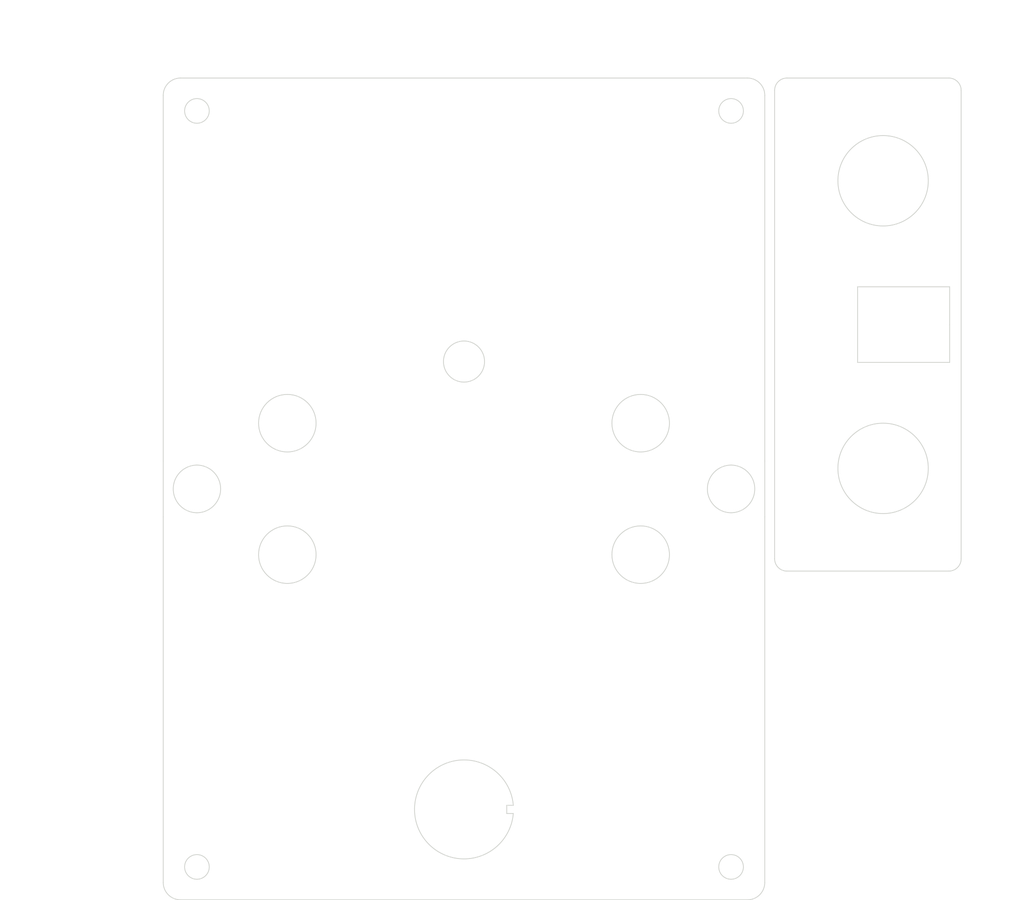
<source format=kicad_pcb>
(kicad_pcb (version 20171130) (host pcbnew "(5.1.6)-1")

  (general
    (thickness 1.6)
    (drawings 173)
    (tracks 0)
    (zones 0)
    (modules 0)
    (nets 1)
  )

  (page A4)
  (layers
    (0 F.Cu signal)
    (31 B.Cu signal)
    (32 B.Adhes user)
    (33 F.Adhes user)
    (34 B.Paste user)
    (35 F.Paste user)
    (36 B.SilkS user)
    (37 F.SilkS user)
    (38 B.Mask user)
    (39 F.Mask user)
    (40 Dwgs.User user)
    (41 Cmts.User user)
    (42 Eco1.User user)
    (43 Eco2.User user)
    (44 Edge.Cuts user)
    (45 Margin user)
    (46 B.CrtYd user)
    (47 F.CrtYd user)
    (48 B.Fab user)
    (49 F.Fab user)
  )

  (setup
    (last_trace_width 0.25)
    (user_trace_width 0.3)
    (user_trace_width 0.4)
    (user_trace_width 0.5)
    (user_trace_width 0.75)
    (user_trace_width 1)
    (user_trace_width 2)
    (user_trace_width 3)
    (user_trace_width 0.3)
    (user_trace_width 0.4)
    (user_trace_width 0.5)
    (user_trace_width 0.75)
    (user_trace_width 1)
    (user_trace_width 2)
    (user_trace_width 3)
    (user_trace_width 0.3)
    (user_trace_width 0.4)
    (user_trace_width 0.5)
    (user_trace_width 0.75)
    (user_trace_width 1)
    (user_trace_width 2)
    (user_trace_width 3)
    (trace_clearance 0.2)
    (zone_clearance 0.5)
    (zone_45_only yes)
    (trace_min 0.16)
    (via_size 0.8)
    (via_drill 0.4)
    (via_min_size 0.4)
    (via_min_drill 0.3)
    (user_via 0.65 0.3)
    (user_via 0.65 0.3)
    (user_via 0.65 0.3)
    (uvia_size 0.3)
    (uvia_drill 0.1)
    (uvias_allowed no)
    (uvia_min_size 0.2)
    (uvia_min_drill 0.1)
    (edge_width 0.1)
    (segment_width 0.2)
    (pcb_text_width 0.3)
    (pcb_text_size 1.5 1.5)
    (mod_edge_width 0.15)
    (mod_text_size 1 1)
    (mod_text_width 0.15)
    (pad_size 5.5 5.5)
    (pad_drill 3.2)
    (pad_to_mask_clearance 0.05)
    (aux_axis_origin 111 49)
    (grid_origin 111 49)
    (visible_elements 7FFFFFFF)
    (pcbplotparams
      (layerselection 0x01000_7ffffffe)
      (usegerberextensions false)
      (usegerberattributes false)
      (usegerberadvancedattributes false)
      (creategerberjobfile false)
      (excludeedgelayer true)
      (linewidth 0.100000)
      (plotframeref false)
      (viasonmask false)
      (mode 1)
      (useauxorigin true)
      (hpglpennumber 1)
      (hpglpenspeed 20)
      (hpglpendiameter 15.000000)
      (psnegative false)
      (psa4output false)
      (plotreference true)
      (plotvalue true)
      (plotinvisibletext false)
      (padsonsilk false)
      (subtractmaskfromsilk true)
      (outputformat 3)
      (mirror false)
      (drillshape 0)
      (scaleselection 1)
      (outputdirectory "7_top_jack_Acryl2.5mm/"))
  )

  (net 0 "")

  (net_class Default "これはデフォルトのネット クラスです。"
    (clearance 0.2)
    (trace_width 0.25)
    (via_dia 0.8)
    (via_drill 0.4)
    (uvia_dia 0.3)
    (uvia_drill 0.1)
  )

  (dimension 11 (width 0.15) (layer Dwgs.User)
    (gr_text "11.000 mm" (at 196 122.8) (layer Dwgs.User)
      (effects (font (size 1 1) (thickness 0.15)))
    )
    (feature1 (pts (xy 201.5 119) (xy 201.5 122.086421)))
    (feature2 (pts (xy 190.5 119) (xy 190.5 122.086421)))
    (crossbar (pts (xy 190.5 121.5) (xy 201.5 121.5)))
    (arrow1a (pts (xy 201.5 121.5) (xy 200.373496 122.086421)))
    (arrow1b (pts (xy 201.5 121.5) (xy 200.373496 120.913579)))
    (arrow2a (pts (xy 190.5 121.5) (xy 191.626504 122.086421)))
    (arrow2b (pts (xy 190.5 121.5) (xy 191.626504 120.913579)))
  )
  (dimension 16 (width 0.15) (layer Dwgs.User)
    (gr_text "16.000 mm" (at 196 120.3) (layer Dwgs.User)
      (effects (font (size 1 1) (thickness 0.15)))
    )
    (feature1 (pts (xy 204 119) (xy 204 119.586421)))
    (feature2 (pts (xy 188 119) (xy 188 119.586421)))
    (crossbar (pts (xy 188 119) (xy 204 119)))
    (arrow1a (pts (xy 204 119) (xy 202.873496 119.586421)))
    (arrow1b (pts (xy 204 119) (xy 202.873496 118.413579)))
    (arrow2a (pts (xy 188 119) (xy 189.126504 119.586421)))
    (arrow2b (pts (xy 188 119) (xy 189.126504 118.413579)))
  )
  (gr_line (start 152.7 137.5) (end 153.499999 137.500001) (layer Edge.Cuts) (width 0.1) (tstamp 5F34C8E6))
  (gr_line (start 152.7 138.5) (end 152.7 137.5) (layer Edge.Cuts) (width 0.1))
  (gr_line (start 153.499999 138.500001) (end 152.7 138.5) (layer Edge.Cuts) (width 0.1))
  (gr_arc (start 147.5 138) (end 153.499999 137.500001) (angle -350.4727166) (layer Edge.Cuts) (width 0.1))
  (gr_line (start 152.7 138.5) (end 152.7 138) (layer Dwgs.User) (width 0.15) (tstamp 5F34C8C6))
  (gr_line (start 153.5 138.5) (end 152.7 138.5) (layer Dwgs.User) (width 0.15))
  (gr_line (start 153.5 137.5) (end 153.5 138.5) (layer Dwgs.User) (width 0.15))
  (gr_line (start 152.7 137.5) (end 153.5 137.5) (layer Dwgs.User) (width 0.15))
  (gr_line (start 152.7 138) (end 152.7 137.5) (layer Dwgs.User) (width 0.15))
  (gr_line (start 153.5 138) (end 152.7 138) (layer Dwgs.User) (width 0.15))
  (gr_circle (center 147.5 138) (end 141.5 138) (layer Dwgs.User) (width 0.15))
  (gr_circle (center 147.5 83.5) (end 150 83.5) (layer Edge.Cuts) (width 0.1))
  (dimension 73 (width 0.15) (layer Dwgs.User)
    (gr_text "73.000 mm" (at 147.5 40.2) (layer Dwgs.User)
      (effects (font (size 1 1) (thickness 0.15)))
    )
    (feature1 (pts (xy 111 149) (xy 111 40.913579)))
    (feature2 (pts (xy 184 149) (xy 184 40.913579)))
    (crossbar (pts (xy 184 41.5) (xy 111 41.5)))
    (arrow1a (pts (xy 111 41.5) (xy 112.126504 40.913579)))
    (arrow1b (pts (xy 111 41.5) (xy 112.126504 42.086421)))
    (arrow2a (pts (xy 184 41.5) (xy 182.873496 40.913579)))
    (arrow2b (pts (xy 184 41.5) (xy 182.873496 42.086421)))
  )
  (dimension 100 (width 0.15) (layer Cmts.User)
    (gr_text "100.000 mm" (at 211.3 99 270) (layer Cmts.User)
      (effects (font (size 1 1) (thickness 0.15)))
    )
    (feature1 (pts (xy 110.9 149) (xy 210.586421 149)))
    (feature2 (pts (xy 110.9 49) (xy 210.586421 49)))
    (crossbar (pts (xy 210 49) (xy 210 149)))
    (arrow1a (pts (xy 210 149) (xy 209.413579 147.873496)))
    (arrow1b (pts (xy 210 149) (xy 210.586421 147.873496)))
    (arrow2a (pts (xy 210 49) (xy 209.413579 50.126504)))
    (arrow2b (pts (xy 210 49) (xy 210.586421 50.126504)))
  )
  (dimension 97.1 (width 0.15) (layer Cmts.User)
    (gr_text "97.100 mm" (at 159.45 45.8) (layer Cmts.User)
      (effects (font (size 1 1) (thickness 0.15)))
    )
    (feature1 (pts (xy 208 149) (xy 208 46.513579)))
    (feature2 (pts (xy 110.9 149) (xy 110.9 46.513579)))
    (crossbar (pts (xy 110.9 47.1) (xy 208 47.1)))
    (arrow1a (pts (xy 208 47.1) (xy 206.873496 47.686421)))
    (arrow1b (pts (xy 208 47.1) (xy 206.873496 46.513579)))
    (arrow2a (pts (xy 110.9 47.1) (xy 112.026504 47.686421)))
    (arrow2b (pts (xy 110.9 47.1) (xy 112.026504 46.513579)))
  )
  (dimension 36.5 (width 0.15) (layer Dwgs.User)
    (gr_text "36.500 mm" (at 129.25 42.7) (layer Dwgs.User)
      (effects (font (size 1 1) (thickness 0.15)))
    )
    (feature1 (pts (xy 111 149) (xy 111 43.413579)))
    (feature2 (pts (xy 147.5 149) (xy 147.5 43.413579)))
    (crossbar (pts (xy 147.5 44) (xy 111 44)))
    (arrow1a (pts (xy 111 44) (xy 112.126504 43.413579)))
    (arrow1b (pts (xy 111 44) (xy 112.126504 44.586421)))
    (arrow2a (pts (xy 147.5 44) (xy 146.373496 43.413579)))
    (arrow2b (pts (xy 147.5 44) (xy 146.373496 44.586421)))
  )
  (dimension 100 (width 0.15) (layer Dwgs.User)
    (gr_text "100.000 mm" (at 106.3 99 270) (layer Dwgs.User)
      (effects (font (size 1 1) (thickness 0.15)))
    )
    (feature1 (pts (xy 147.5 149) (xy 107.013579 149)))
    (feature2 (pts (xy 147.5 49) (xy 107.013579 49)))
    (crossbar (pts (xy 107.6 49) (xy 107.6 149)))
    (arrow1a (pts (xy 107.6 149) (xy 107.013579 147.873496)))
    (arrow1b (pts (xy 107.6 149) (xy 108.186421 147.873496)))
    (arrow2a (pts (xy 107.6 49) (xy 107.013579 50.126504)))
    (arrow2b (pts (xy 107.6 49) (xy 108.186421 50.126504)))
  )
  (gr_line (start 195.5 74.5) (end 206.5 74.5) (layer Dwgs.User) (width 0.15))
  (gr_line (start 195.5 83.5) (end 195.5 74.5) (layer Dwgs.User) (width 0.15))
  (gr_line (start 206.5 83.5) (end 195.5 83.5) (layer Dwgs.User) (width 0.15))
  (gr_line (start 206.6 83.6) (end 206.6 79) (layer Edge.Cuts) (width 0.1) (tstamp 5EFD3AAC))
  (gr_line (start 195.4 83.6) (end 206.6 83.6) (layer Edge.Cuts) (width 0.1))
  (gr_line (start 195.4 74.4) (end 195.4 83.6) (layer Edge.Cuts) (width 0.1))
  (gr_line (start 206.6 74.4) (end 195.4 74.4) (layer Edge.Cuts) (width 0.1))
  (gr_line (start 206.6 79) (end 206.6 74.4) (layer Edge.Cuts) (width 0.1))
  (gr_arc (start 186.8 50.5) (end 186.8 49) (angle -90) (layer Edge.Cuts) (width 0.1))
  (gr_arc (start 206.5 50.5) (end 208 50.5) (angle -90) (layer Edge.Cuts) (width 0.1))
  (gr_arc (start 206.5 107.5) (end 206.5 109) (angle -90) (layer Edge.Cuts) (width 0.1))
  (gr_arc (start 186.8 107.5) (end 185.3 107.5) (angle -90) (layer Edge.Cuts) (width 0.1))
  (gr_line (start 185.3 107.5) (end 185.3 50.5) (layer Edge.Cuts) (width 0.1))
  (gr_line (start 206.5 109) (end 186.8 109) (layer Edge.Cuts) (width 0.1))
  (gr_line (start 208 50.5) (end 208 107.5) (layer Edge.Cuts) (width 0.1))
  (gr_line (start 206.5 49) (end 186.8 49) (layer Edge.Cuts) (width 0.1))
  (dimension 1.5 (width 0.15) (layer Dwgs.User)
    (gr_text "1.500 mm" (at 185.75 115.3 -180) (layer Dwgs.User)
      (effects (font (size 1 1) (thickness 0.15)))
    )
    (feature1 (pts (xy 185 49) (xy 185 114.586421)))
    (feature2 (pts (xy 186.5 49) (xy 186.5 114.586421)))
    (crossbar (pts (xy 186.5 114) (xy 185 114)))
    (arrow1a (pts (xy 185 114) (xy 186.126504 113.413579)))
    (arrow1b (pts (xy 185 114) (xy 186.126504 114.586421)))
    (arrow2a (pts (xy 186.5 114) (xy 185.373496 113.413579)))
    (arrow2b (pts (xy 186.5 114) (xy 185.373496 114.586421)))
  )
  (dimension 20 (width 0.15) (layer Dwgs.User)
    (gr_text "20.000 mm" (at 196.5 115.3 -180) (layer Dwgs.User)
      (effects (font (size 1 1) (thickness 0.15)))
    )
    (feature1 (pts (xy 186.5 49) (xy 186.5 114.586421)))
    (feature2 (pts (xy 206.5 49) (xy 206.5 114.586421)))
    (crossbar (pts (xy 206.5 114) (xy 186.5 114)))
    (arrow1a (pts (xy 186.5 114) (xy 187.626504 113.413579)))
    (arrow1b (pts (xy 186.5 114) (xy 187.626504 114.586421)))
    (arrow2a (pts (xy 206.5 114) (xy 205.373496 113.413579)))
    (arrow2b (pts (xy 206.5 114) (xy 205.373496 114.586421)))
  )
  (gr_circle (center 198.5 61.5) (end 198.5 56) (layer Edge.Cuts) (width 0.1))
  (gr_circle (center 198.5 96.5) (end 198.5 91) (layer Edge.Cuts) (width 0.1))
  (dimension 17.5 (width 0.15) (layer Dwgs.User)
    (gr_text "17.500 mm" (at 214.3 87.75 -90) (layer Dwgs.User)
      (effects (font (size 1 1) (thickness 0.15)))
    )
    (feature1 (pts (xy 198.5 96.5) (xy 213.586421 96.5)))
    (feature2 (pts (xy 198.5 79) (xy 213.586421 79)))
    (crossbar (pts (xy 213 79) (xy 213 96.5)))
    (arrow1a (pts (xy 213 96.5) (xy 212.413579 95.373496)))
    (arrow1b (pts (xy 213 96.5) (xy 213.586421 95.373496)))
    (arrow2a (pts (xy 213 79) (xy 212.413579 80.126504)))
    (arrow2b (pts (xy 213 79) (xy 213.586421 80.126504)))
  )
  (dimension 17.5 (width 0.15) (layer Dwgs.User)
    (gr_text "17.500 mm" (at 214.3 70.25 -90) (layer Dwgs.User)
      (effects (font (size 1 1) (thickness 0.15)))
    )
    (feature1 (pts (xy 198.5 61.5) (xy 213.586421 61.5)))
    (feature2 (pts (xy 198.5 79) (xy 213.586421 79)))
    (crossbar (pts (xy 213 79) (xy 213 61.5)))
    (arrow1a (pts (xy 213 61.5) (xy 213.586421 62.626504)))
    (arrow1b (pts (xy 213 61.5) (xy 212.413579 62.626504)))
    (arrow2a (pts (xy 213 79) (xy 213.586421 77.873496)))
    (arrow2b (pts (xy 213 79) (xy 212.413579 77.873496)))
  )
  (dimension 8 (width 0.15) (layer Dwgs.User)
    (gr_text "8.000 mm" (at 202.5 112.8 -180) (layer Dwgs.User)
      (effects (font (size 1 1) (thickness 0.15)))
    )
    (feature1 (pts (xy 198.5 49) (xy 198.5 112.086421)))
    (feature2 (pts (xy 206.5 49) (xy 206.5 112.086421)))
    (crossbar (pts (xy 206.5 111.5) (xy 198.5 111.5)))
    (arrow1a (pts (xy 198.5 111.5) (xy 199.626504 110.913579)))
    (arrow1b (pts (xy 198.5 111.5) (xy 199.626504 112.086421)))
    (arrow2a (pts (xy 206.5 111.5) (xy 205.373496 110.913579)))
    (arrow2b (pts (xy 206.5 111.5) (xy 205.373496 112.086421)))
  )
  (dimension 1.5 (width 0.15) (layer Dwgs.User)
    (gr_text "1.500 mm" (at 207.25 112.8 -180) (layer Dwgs.User)
      (effects (font (size 1 1) (thickness 0.15)))
    )
    (feature1 (pts (xy 206.5 49) (xy 206.5 112.086421)))
    (feature2 (pts (xy 208 49) (xy 208 112.086421)))
    (crossbar (pts (xy 208 111.5) (xy 206.5 111.5)))
    (arrow1a (pts (xy 206.5 111.5) (xy 207.626504 110.913579)))
    (arrow1b (pts (xy 206.5 111.5) (xy 207.626504 112.086421)))
    (arrow2a (pts (xy 208 111.5) (xy 206.873496 110.913579)))
    (arrow2b (pts (xy 208 111.5) (xy 206.873496 112.086421)))
  )
  (dimension 30 (width 0.15) (layer Dwgs.User)
    (gr_text "30.000 mm" (at 211.8 94 -90) (layer Dwgs.User)
      (effects (font (size 1 1) (thickness 0.15)))
    )
    (feature1 (pts (xy 208 109) (xy 211.086421 109)))
    (feature2 (pts (xy 208 79) (xy 211.086421 79)))
    (crossbar (pts (xy 210.5 79) (xy 210.5 109)))
    (arrow1a (pts (xy 210.5 109) (xy 209.913579 107.873496)))
    (arrow1b (pts (xy 210.5 109) (xy 211.086421 107.873496)))
    (arrow2a (pts (xy 210.5 79) (xy 209.913579 80.126504)))
    (arrow2b (pts (xy 210.5 79) (xy 211.086421 80.126504)))
  )
  (dimension 30 (width 0.15) (layer Dwgs.User)
    (gr_text "30.000 mm" (at 211.8 64 -90) (layer Dwgs.User)
      (effects (font (size 1 1) (thickness 0.15)))
    )
    (feature1 (pts (xy 208 79) (xy 211.086421 79)))
    (feature2 (pts (xy 208 49) (xy 211.086421 49)))
    (crossbar (pts (xy 210.5 49) (xy 210.5 79)))
    (arrow1a (pts (xy 210.5 79) (xy 209.913579 77.873496)))
    (arrow1b (pts (xy 210.5 79) (xy 211.086421 77.873496)))
    (arrow2a (pts (xy 210.5 49) (xy 209.913579 50.126504)))
    (arrow2b (pts (xy 210.5 49) (xy 211.086421 50.126504)))
  )
  (gr_arc (start 180 99) (end 180 101.9) (angle -180) (layer Edge.Cuts) (width 0.1))
  (gr_line (start 184.1 95.6) (end 184.1 102.4) (layer Edge.Cuts) (width 0.1) (tstamp 5EF29EE4))
  (gr_line (start 110.9 95.6) (end 110.9 102.4) (layer Edge.Cuts) (width 0.1) (tstamp 5EF29ED5))
  (gr_arc (start 115 99) (end 115 96.1) (angle -180) (layer Edge.Cuts) (width 0.1))
  (gr_circle (center 126 91) (end 129.5 91) (layer Edge.Cuts) (width 0.1))
  (gr_circle (center 126 107) (end 129.5 107) (layer Edge.Cuts) (width 0.1))
  (gr_circle (center 169 107) (end 172.5 107) (layer Edge.Cuts) (width 0.1))
  (gr_circle (center 169 91) (end 172.5 91) (layer Edge.Cuts) (width 0.1))
  (gr_circle (center 126 91) (end 122.5 90.95) (layer Dwgs.User) (width 0.15))
  (gr_line (start 130.5 93.5) (end 130.5 88.5) (layer Dwgs.User) (width 0.15) (tstamp 5EED8B54))
  (gr_line (start 164.5 109.5) (end 181 109.5) (layer Dwgs.User) (width 0.15))
  (gr_line (start 164.5 104.5) (end 164.5 109.5) (layer Dwgs.User) (width 0.15))
  (gr_line (start 176 104.5) (end 164.5 104.5) (layer Dwgs.User) (width 0.15))
  (gr_line (start 176 103) (end 176 104.5) (layer Dwgs.User) (width 0.15))
  (gr_line (start 181 88.5) (end 180 88.5) (layer Dwgs.User) (width 0.15) (tstamp 5EEC7D2B))
  (gr_line (start 176 93.5) (end 176 95) (layer Dwgs.User) (width 0.15) (tstamp 5EEC7D2A))
  (gr_line (start 164.5 93.5) (end 176 93.5) (layer Dwgs.User) (width 0.15))
  (gr_line (start 164.5 88.5) (end 164.5 93.5) (layer Dwgs.User) (width 0.15))
  (gr_line (start 180 88.5) (end 164.5 88.5) (layer Dwgs.User) (width 0.15))
  (gr_line (start 119 103) (end 119 104.5) (layer Dwgs.User) (width 0.15) (tstamp 5EEC7D26))
  (gr_line (start 130.5 109.5) (end 114 109.5) (layer Dwgs.User) (width 0.15))
  (gr_line (start 130.5 104.5) (end 130.5 109.5) (layer Dwgs.User) (width 0.15))
  (gr_line (start 119 104.5) (end 130.5 104.5) (layer Dwgs.User) (width 0.15))
  (gr_line (start 130.5 88.5) (end 114 88.5) (layer Dwgs.User) (width 0.15))
  (gr_line (start 126 93.5) (end 130.5 93.5) (layer Dwgs.User) (width 0.15))
  (gr_line (start 119 93.5) (end 119 95) (layer Dwgs.User) (width 0.15) (tstamp 5EEC7D25))
  (gr_line (start 126 93.5) (end 119 93.5) (layer Dwgs.User) (width 0.15))
  (gr_line (start 124.5 121.5) (end 124.5 141) (layer Dwgs.User) (width 0.15) (tstamp 5EDE6C6F))
  (gr_line (start 114 118.5) (end 127.5 118.5) (layer Dwgs.User) (width 0.15))
  (gr_line (start 127.5 146) (end 127.5 118.5) (layer Dwgs.User) (width 0.15))
  (gr_line (start 124.5 121.5) (end 114 121.5) (layer Dwgs.User) (width 0.15))
  (gr_line (start 119 141) (end 124.5 141) (layer Dwgs.User) (width 0.15))
  (gr_line (start 111 99) (end 184 99) (layer Dwgs.User) (width 0.15))
  (gr_line (start 114 141) (end 114 130) (layer Dwgs.User) (width 0.15) (tstamp 5EC77A6E))
  (gr_line (start 119 141) (end 119 146) (layer Dwgs.User) (width 0.15))
  (gr_line (start 114 141) (end 119 141) (layer Dwgs.User) (width 0.15))
  (gr_line (start 176 141) (end 181 141) (layer Dwgs.User) (width 0.15))
  (gr_line (start 176 146) (end 176 141) (layer Dwgs.User) (width 0.15))
  (gr_line (start 176 103) (end 181 103) (layer Dwgs.User) (width 0.15))
  (gr_line (start 176 95) (end 176 103) (layer Dwgs.User) (width 0.15))
  (gr_line (start 181 95) (end 176 95) (layer Dwgs.User) (width 0.15))
  (gr_line (start 119 103) (end 114 103) (layer Dwgs.User) (width 0.15))
  (gr_line (start 119 95) (end 119 103) (layer Dwgs.User) (width 0.15))
  (gr_line (start 114 95) (end 119 95) (layer Dwgs.User) (width 0.15))
  (gr_line (start 181 141) (end 181 130) (layer Dwgs.User) (width 0.15) (tstamp 5EC765D5))
  (gr_line (start 181 130) (end 146 130) (layer Dwgs.User) (width 0.15) (tstamp 5EC75C1F))
  (gr_line (start 114 127) (end 181 127) (layer Dwgs.User) (width 0.15))
  (gr_line (start 146 130) (end 114 130) (layer Dwgs.User) (width 0.15))
  (gr_line (start 181 95) (end 181 75) (layer Dwgs.User) (width 0.15) (tstamp 5EC75B5A))
  (gr_line (start 181 127) (end 181 103) (layer Dwgs.User) (width 0.15))
  (gr_line (start 119 146) (end 176 146) (layer Dwgs.User) (width 0.15))
  (gr_line (start 114 103) (end 114 127) (layer Dwgs.User) (width 0.15))
  (gr_line (start 114 75) (end 114 95) (layer Dwgs.User) (width 0.15))
  (dimension 50 (width 0.15) (layer Dwgs.User)
    (gr_text "50.000 mm" (at 94.7 74 270) (layer Dwgs.User)
      (effects (font (size 1 1) (thickness 0.15)))
    )
    (feature1 (pts (xy 111 99) (xy 95.413579 99)))
    (feature2 (pts (xy 111 49) (xy 95.413579 49)))
    (crossbar (pts (xy 96 49) (xy 96 99)))
    (arrow1a (pts (xy 96 99) (xy 95.413579 97.873496)))
    (arrow1b (pts (xy 96 99) (xy 96.586421 97.873496)))
    (arrow2a (pts (xy 96 49) (xy 95.413579 50.126504)))
    (arrow2b (pts (xy 96 49) (xy 96.586421 50.126504)))
  )
  (gr_line (start 176 57) (end 176 49) (layer Dwgs.User) (width 0.15))
  (gr_line (start 181 57) (end 176 57) (layer Dwgs.User) (width 0.15))
  (gr_line (start 181 75) (end 181 57) (layer Dwgs.User) (width 0.15))
  (gr_line (start 114 57) (end 114 75) (layer Dwgs.User) (width 0.15))
  (gr_line (start 119 57) (end 114 57) (layer Dwgs.User) (width 0.15))
  (gr_line (start 119 49) (end 119 57) (layer Dwgs.User) (width 0.15))
  (gr_line (start 182 49) (end 113 49) (layer Edge.Cuts) (width 0.1) (tstamp 5EF167F8))
  (gr_arc (start 113 51.1) (end 113 49) (angle -90) (layer Edge.Cuts) (width 0.1))
  (gr_line (start 184.1 95.6) (end 184.1 51.1) (layer Edge.Cuts) (width 0.1) (tstamp 5EF167F2))
  (gr_arc (start 182 146.9) (end 182 149) (angle -90) (layer Edge.Cuts) (width 0.1) (tstamp 5EF182D1))
  (gr_arc (start 182 51.1) (end 184.1 51.1) (angle -90) (layer Edge.Cuts) (width 0.1) (tstamp 5EF182B7))
  (gr_arc (start 113 146.9) (end 110.9 146.9) (angle -90) (layer Edge.Cuts) (width 0.1) (tstamp 5EF182C4))
  (gr_circle (center 115 53) (end 116.5 53) (layer Edge.Cuts) (width 0.1))
  (gr_circle (center 180 145) (end 181.5 145) (layer Edge.Cuts) (width 0.1))
  (gr_line (start 113 149) (end 182 149) (layer Edge.Cuts) (width 0.1) (tstamp 5EF172C2))
  (gr_line (start 110.9 95.6) (end 110.9 51.1) (layer Edge.Cuts) (width 0.1) (tstamp 5EF16E12))
  (gr_line (start 110.9 146.9) (end 110.9 102.4) (layer Edge.Cuts) (width 0.1) (tstamp 5EF16E0B))
  (gr_circle (center 180 53) (end 181.5 53) (layer Edge.Cuts) (width 0.1))
  (gr_circle (center 115 145) (end 113.5 145) (layer Edge.Cuts) (width 0.1))
  (gr_line (start 184.1 102.4) (end 184.1 146.9) (layer Edge.Cuts) (width 0.1) (tstamp 5EF16DFF))
  (gr_arc (start 180 99) (end 180 96.1) (angle -180) (layer Edge.Cuts) (width 0.1))
  (gr_arc (start 115 99) (end 115 101.9) (angle -180) (layer Edge.Cuts) (width 0.1))
  (gr_circle (center 126 91) (end 122.5 90.95) (layer Dwgs.User) (width 0.15))
  (gr_line (start 130.5 93.5) (end 130.5 88.5) (layer Dwgs.User) (width 0.15) (tstamp 5EED8B54))
  (gr_line (start 164.5 109.5) (end 181 109.5) (layer Dwgs.User) (width 0.15))
  (gr_line (start 164.5 104.5) (end 164.5 109.5) (layer Dwgs.User) (width 0.15))
  (gr_line (start 176 104.5) (end 164.5 104.5) (layer Dwgs.User) (width 0.15))
  (gr_line (start 176 103) (end 176 104.5) (layer Dwgs.User) (width 0.15))
  (gr_line (start 181 88.5) (end 180 88.5) (layer Dwgs.User) (width 0.15) (tstamp 5EEC7D2B))
  (gr_line (start 176 93.5) (end 176 95) (layer Dwgs.User) (width 0.15) (tstamp 5EEC7D2A))
  (gr_line (start 164.5 93.5) (end 176 93.5) (layer Dwgs.User) (width 0.15))
  (gr_line (start 164.5 88.5) (end 164.5 93.5) (layer Dwgs.User) (width 0.15))
  (gr_line (start 180 88.5) (end 164.5 88.5) (layer Dwgs.User) (width 0.15))
  (gr_line (start 119 103) (end 119 104.5) (layer Dwgs.User) (width 0.15) (tstamp 5EEC7D26))
  (gr_line (start 130.5 109.5) (end 114 109.5) (layer Dwgs.User) (width 0.15))
  (gr_line (start 130.5 104.5) (end 130.5 109.5) (layer Dwgs.User) (width 0.15))
  (gr_line (start 119 104.5) (end 130.5 104.5) (layer Dwgs.User) (width 0.15))
  (gr_line (start 130.5 88.5) (end 114 88.5) (layer Dwgs.User) (width 0.15))
  (gr_line (start 126 93.5) (end 130.5 93.5) (layer Dwgs.User) (width 0.15))
  (gr_line (start 119 93.5) (end 119 95) (layer Dwgs.User) (width 0.15) (tstamp 5EEC7D25))
  (gr_line (start 126 93.5) (end 119 93.5) (layer Dwgs.User) (width 0.15))
  (gr_line (start 124.5 121.5) (end 124.5 141) (layer Dwgs.User) (width 0.15) (tstamp 5EDE6C6F))
  (gr_line (start 114 118.5) (end 127.5 118.5) (layer Dwgs.User) (width 0.15))
  (gr_line (start 127.5 146) (end 127.5 118.5) (layer Dwgs.User) (width 0.15))
  (gr_line (start 124.5 121.5) (end 114 121.5) (layer Dwgs.User) (width 0.15))
  (gr_line (start 119 141) (end 124.5 141) (layer Dwgs.User) (width 0.15))
  (gr_line (start 111 99) (end 184 99) (layer Dwgs.User) (width 0.15))
  (gr_line (start 114 141) (end 114 130) (layer Dwgs.User) (width 0.15) (tstamp 5EC77A6E))
  (gr_line (start 119 141) (end 119 146) (layer Dwgs.User) (width 0.15))
  (gr_line (start 114 141) (end 119 141) (layer Dwgs.User) (width 0.15))
  (gr_line (start 176 141) (end 181 141) (layer Dwgs.User) (width 0.15))
  (gr_line (start 176 146) (end 176 141) (layer Dwgs.User) (width 0.15))
  (gr_line (start 176 103) (end 181 103) (layer Dwgs.User) (width 0.15))
  (gr_line (start 176 95) (end 176 103) (layer Dwgs.User) (width 0.15))
  (gr_line (start 181 95) (end 176 95) (layer Dwgs.User) (width 0.15))
  (gr_line (start 119 103) (end 114 103) (layer Dwgs.User) (width 0.15))
  (gr_line (start 119 95) (end 119 103) (layer Dwgs.User) (width 0.15))
  (gr_line (start 114 95) (end 119 95) (layer Dwgs.User) (width 0.15))
  (gr_line (start 181 141) (end 181 130) (layer Dwgs.User) (width 0.15) (tstamp 5EC765D5))
  (gr_line (start 181 130) (end 146 130) (layer Dwgs.User) (width 0.15) (tstamp 5EC75C1F))
  (gr_line (start 114 127) (end 181 127) (layer Dwgs.User) (width 0.15))
  (gr_line (start 146 130) (end 114 130) (layer Dwgs.User) (width 0.15))
  (gr_line (start 181 95) (end 181 75) (layer Dwgs.User) (width 0.15) (tstamp 5EC75B5A))
  (gr_line (start 181 127) (end 181 103) (layer Dwgs.User) (width 0.15))
  (gr_line (start 119 146) (end 176 146) (layer Dwgs.User) (width 0.15))
  (gr_line (start 114 103) (end 114 127) (layer Dwgs.User) (width 0.15))
  (gr_line (start 114 75) (end 114 95) (layer Dwgs.User) (width 0.15))
  (gr_line (start 176 57) (end 176 49) (layer Dwgs.User) (width 0.15))
  (gr_line (start 181 57) (end 176 57) (layer Dwgs.User) (width 0.15))
  (gr_line (start 181 75) (end 181 57) (layer Dwgs.User) (width 0.15))
  (gr_line (start 114 57) (end 114 75) (layer Dwgs.User) (width 0.15))
  (gr_line (start 119 57) (end 114 57) (layer Dwgs.User) (width 0.15))
  (gr_line (start 119 49) (end 119 57) (layer Dwgs.User) (width 0.15))
  (dimension 50 (width 0.15) (layer Dwgs.User)
    (gr_text "50.000 mm" (at 94.7 74 270) (layer Dwgs.User)
      (effects (font (size 1 1) (thickness 0.15)))
    )
    (feature1 (pts (xy 111 99) (xy 95.413579 99)))
    (feature2 (pts (xy 111 49) (xy 95.413579 49)))
    (crossbar (pts (xy 96 49) (xy 96 99)))
    (arrow1a (pts (xy 96 99) (xy 95.413579 97.873496)))
    (arrow1b (pts (xy 96 99) (xy 96.586421 97.873496)))
    (arrow2a (pts (xy 96 49) (xy 95.413579 50.126504)))
    (arrow2b (pts (xy 96 49) (xy 96.586421 50.126504)))
  )

)

</source>
